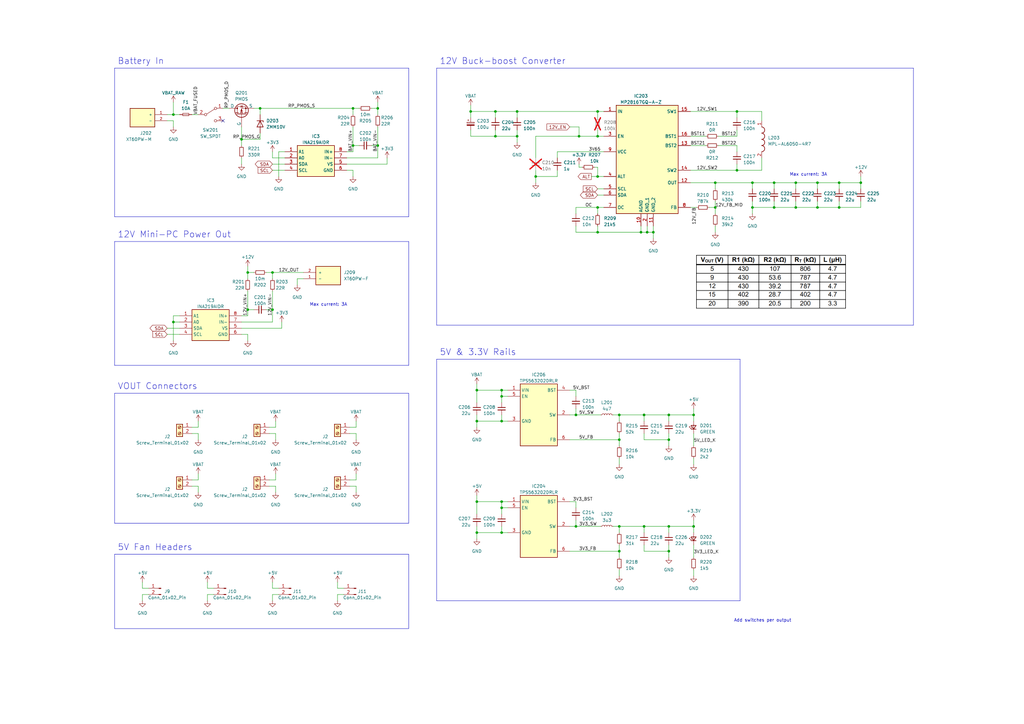
<source format=kicad_sch>
(kicad_sch (version 20230121) (generator eeschema)
  (paper "A3")
  (junction (at 264.16 215.9))
  (junction (at 254 170.18))
  (junction (at 326.39 74.93))
  (junction (at 205.74 208.28))
  (junction (at 245.11 55.88))
  (junction (at 245.11 95.25))
  (junction (at 284.48 215.9))
  (junction (at 335.28 85.09))
  (junction (at 71.12 132.08))
  (junction (at 195.58 160.02))
  (junction (at 254 226.06))
  (junction (at 205.74 162.56))
  (junction (at 101.6 111.76))
  (junction (at 205.74 205.74))
  (junction (at 317.5 74.93))
  (junction (at 274.32 180.34))
  (junction (at 144.78 59.69))
  (junction (at 219.71 72.39))
  (junction (at 262.89 95.25))
  (junction (at 302.26 69.85))
  (junction (at 101.6 127))
  (junction (at 317.5 85.09))
  (junction (at 205.74 160.02))
  (junction (at 71.12 46.99))
  (junction (at 245.11 72.39))
  (junction (at 344.17 85.09))
  (junction (at 353.06 74.93))
  (junction (at 308.61 74.93))
  (junction (at 205.74 172.72))
  (junction (at 308.61 85.09))
  (junction (at 245.11 85.09))
  (junction (at 264.16 170.18))
  (junction (at 236.22 215.9))
  (junction (at 99.06 57.15))
  (junction (at 203.2 55.88))
  (junction (at 274.32 226.06))
  (junction (at 344.17 74.93))
  (junction (at 284.48 170.18))
  (junction (at 265.43 95.25))
  (junction (at 111.76 111.76))
  (junction (at 254 180.34))
  (junction (at 302.26 45.72))
  (junction (at 254 215.9))
  (junction (at 245.11 45.72))
  (junction (at 154.94 59.69))
  (junction (at 111.76 127))
  (junction (at 335.28 74.93))
  (junction (at 195.58 205.74))
  (junction (at 267.97 95.25))
  (junction (at 212.09 55.88))
  (junction (at 212.09 45.72))
  (junction (at 326.39 85.09))
  (junction (at 274.32 170.18))
  (junction (at 106.68 44.45))
  (junction (at 237.49 55.88))
  (junction (at 203.2 45.72))
  (junction (at 205.74 218.44))
  (junction (at 193.04 45.72))
  (junction (at 293.37 74.93))
  (junction (at 236.22 170.18))
  (junction (at 293.37 85.09))
  (junction (at 195.58 218.44))
  (junction (at 195.58 172.72))
  (junction (at 274.32 215.9))
  (junction (at 154.94 44.45))
  (junction (at 144.78 44.45))
  (no_connect (at 91.44 49.53))
  (wire (pts (xy 267.97 95.25) (xy 265.43 95.25)))
  (wire (pts (xy 113.03 172.72) (xy 113.03 175.26)))
  (wire (pts (xy 284.48 187.96) (xy 284.48 190.5)))
  (wire (pts (xy 212.09 55.88) (xy 212.09 58.42)))
  (wire (pts (xy 245.11 72.39) (xy 245.11 68.58)))
  (wire (pts (xy 335.28 82.55) (xy 335.28 85.09)))
  (wire (pts (xy 101.6 111.76) (xy 104.14 111.76)))
  (wire (pts (xy 264.16 218.44) (xy 264.16 215.9)))
  (wire (pts (xy 87.63 241.3) (xy 85.09 241.3)))
  (wire (pts (xy 326.39 77.47) (xy 326.39 74.93)))
  (wire (pts (xy 205.74 160.02) (xy 205.74 162.56)))
  (wire (pts (xy 267.97 92.71) (xy 267.97 95.25)))
  (wire (pts (xy 85.09 241.3) (xy 85.09 238.76)))
  (wire (pts (xy 245.11 72.39) (xy 247.65 72.39)))
  (wire (pts (xy 254 226.06) (xy 254 228.6)))
  (wire (pts (xy 195.58 203.2) (xy 195.58 205.74)))
  (wire (pts (xy 205.74 208.28) (xy 205.74 210.82)))
  (polyline (pts (xy 374.65 133.35) (xy 179.07 133.35)))
  (wire (pts (xy 290.83 85.09) (xy 293.37 85.09)))
  (wire (pts (xy 285.75 85.09) (xy 283.21 85.09)))
  (wire (pts (xy 284.48 218.44) (xy 284.48 215.9)))
  (wire (pts (xy 114.3 62.23) (xy 114.3 72.39)))
  (wire (pts (xy 87.63 243.84) (xy 85.09 243.84)))
  (wire (pts (xy 142.24 64.77) (xy 154.94 64.77)))
  (wire (pts (xy 99.06 137.16) (xy 101.6 137.16)))
  (wire (pts (xy 81.28 177.8) (xy 78.74 177.8)))
  (wire (pts (xy 335.28 74.93) (xy 344.17 74.93)))
  (wire (pts (xy 195.58 172.72) (xy 195.58 175.26)))
  (wire (pts (xy 152.4 59.69) (xy 154.94 59.69)))
  (wire (pts (xy 302.26 69.85) (xy 283.21 69.85)))
  (polyline (pts (xy 179.07 27.94) (xy 374.65 27.94)))
  (wire (pts (xy 113.03 199.39) (xy 110.49 199.39)))
  (wire (pts (xy 193.04 53.34) (xy 193.04 55.88)))
  (wire (pts (xy 138.43 241.3) (xy 138.43 238.76)))
  (wire (pts (xy 91.44 44.45) (xy 93.98 44.45)))
  (wire (pts (xy 195.58 205.74) (xy 195.58 210.82)))
  (wire (pts (xy 99.06 129.54) (xy 101.6 129.54)))
  (wire (pts (xy 265.43 95.25) (xy 262.89 95.25)))
  (wire (pts (xy 195.58 205.74) (xy 205.74 205.74)))
  (polyline (pts (xy 167.64 88.9) (xy 46.99 88.9)))
  (wire (pts (xy 254 170.18) (xy 254 172.72)))
  (wire (pts (xy 264.16 170.18) (xy 254 170.18)))
  (wire (pts (xy 193.04 45.72) (xy 203.2 45.72)))
  (wire (pts (xy 146.05 201.93) (xy 146.05 199.39)))
  (wire (pts (xy 236.22 208.28) (xy 236.22 205.74)))
  (wire (pts (xy 71.12 129.54) (xy 73.66 129.54)))
  (wire (pts (xy 236.22 205.74) (xy 233.68 205.74)))
  (wire (pts (xy 312.42 64.77) (xy 312.42 69.85)))
  (polyline (pts (xy 303.53 246.38) (xy 179.07 246.38)))
  (wire (pts (xy 344.17 82.55) (xy 344.17 85.09)))
  (wire (pts (xy 144.78 59.69) (xy 147.32 59.69)))
  (wire (pts (xy 71.12 41.91) (xy 71.12 46.99)))
  (polyline (pts (xy 167.64 27.94) (xy 167.64 88.9)))
  (wire (pts (xy 124.46 114.3) (xy 121.92 114.3)))
  (wire (pts (xy 236.22 87.63) (xy 236.22 85.09)))
  (wire (pts (xy 264.16 215.9) (xy 254 215.9)))
  (wire (pts (xy 294.64 59.69) (xy 302.26 59.69)))
  (wire (pts (xy 212.09 53.34) (xy 212.09 55.88)))
  (wire (pts (xy 142.24 67.31) (xy 158.75 67.31)))
  (wire (pts (xy 116.84 64.77) (xy 111.76 64.77)))
  (wire (pts (xy 144.78 59.69) (xy 144.78 62.23)))
  (wire (pts (xy 208.28 160.02) (xy 205.74 160.02)))
  (wire (pts (xy 251.46 215.9) (xy 254 215.9)))
  (wire (pts (xy 106.68 44.45) (xy 106.68 46.99)))
  (wire (pts (xy 302.26 45.72) (xy 302.26 48.26)))
  (wire (pts (xy 274.32 223.52) (xy 274.32 226.06)))
  (wire (pts (xy 144.78 44.45) (xy 147.32 44.45)))
  (wire (pts (xy 308.61 85.09) (xy 317.5 85.09)))
  (wire (pts (xy 154.94 59.69) (xy 154.94 64.77)))
  (wire (pts (xy 237.49 55.88) (xy 245.11 55.88)))
  (polyline (pts (xy 46.99 99.06) (xy 167.64 99.06)))
  (wire (pts (xy 203.2 45.72) (xy 212.09 45.72)))
  (wire (pts (xy 81.28 172.72) (xy 81.28 175.26)))
  (wire (pts (xy 237.49 67.31) (xy 237.49 68.58)))
  (wire (pts (xy 283.21 55.88) (xy 289.56 55.88)))
  (wire (pts (xy 233.68 226.06) (xy 254 226.06)))
  (wire (pts (xy 101.6 109.22) (xy 101.6 111.76)))
  (wire (pts (xy 143.51 175.26) (xy 146.05 175.26)))
  (wire (pts (xy 312.42 45.72) (xy 312.42 49.53)))
  (wire (pts (xy 111.76 241.3) (xy 111.76 238.76)))
  (wire (pts (xy 237.49 68.58) (xy 238.76 68.58)))
  (wire (pts (xy 110.49 196.85) (xy 113.03 196.85)))
  (polyline (pts (xy 46.99 27.94) (xy 167.64 27.94)))
  (wire (pts (xy 245.11 68.58) (xy 243.84 68.58)))
  (wire (pts (xy 283.21 45.72) (xy 302.26 45.72)))
  (wire (pts (xy 68.58 137.16) (xy 73.66 137.16)))
  (wire (pts (xy 140.97 241.3) (xy 138.43 241.3)))
  (wire (pts (xy 154.94 52.07) (xy 154.94 59.69)))
  (wire (pts (xy 335.28 77.47) (xy 335.28 74.93)))
  (wire (pts (xy 254 187.96) (xy 254 190.5)))
  (wire (pts (xy 254 226.06) (xy 254 223.52)))
  (wire (pts (xy 317.5 74.93) (xy 326.39 74.93)))
  (wire (pts (xy 317.5 85.09) (xy 326.39 85.09)))
  (wire (pts (xy 245.11 80.01) (xy 247.65 80.01)))
  (wire (pts (xy 203.2 55.88) (xy 212.09 55.88)))
  (wire (pts (xy 114.3 62.23) (xy 116.84 62.23)))
  (wire (pts (xy 317.5 77.47) (xy 317.5 74.93)))
  (wire (pts (xy 245.11 45.72) (xy 247.65 45.72)))
  (wire (pts (xy 113.03 180.34) (xy 113.03 177.8)))
  (wire (pts (xy 308.61 77.47) (xy 308.61 74.93)))
  (wire (pts (xy 68.58 134.62) (xy 73.66 134.62)))
  (wire (pts (xy 219.71 64.77) (xy 219.71 55.88)))
  (wire (pts (xy 111.76 111.76) (xy 111.76 114.3)))
  (wire (pts (xy 113.03 201.93) (xy 113.03 199.39)))
  (wire (pts (xy 81.28 194.31) (xy 81.28 196.85)))
  (wire (pts (xy 293.37 82.55) (xy 293.37 85.09)))
  (polyline (pts (xy 374.65 27.94) (xy 374.65 133.35)))
  (wire (pts (xy 60.96 241.3) (xy 58.42 241.3)))
  (polyline (pts (xy 179.07 147.32) (xy 179.07 246.38)))
  (wire (pts (xy 71.12 132.08) (xy 71.12 139.7)))
  (wire (pts (xy 113.03 177.8) (xy 110.49 177.8)))
  (wire (pts (xy 262.89 95.25) (xy 262.89 92.71)))
  (wire (pts (xy 140.97 243.84) (xy 138.43 243.84)))
  (wire (pts (xy 101.6 127) (xy 104.14 127)))
  (wire (pts (xy 146.05 180.34) (xy 146.05 177.8)))
  (wire (pts (xy 110.49 175.26) (xy 113.03 175.26)))
  (wire (pts (xy 236.22 85.09) (xy 245.11 85.09)))
  (wire (pts (xy 58.42 241.3) (xy 58.42 238.76)))
  (wire (pts (xy 284.48 170.18) (xy 274.32 170.18)))
  (wire (pts (xy 193.04 48.26) (xy 193.04 45.72)))
  (wire (pts (xy 254 180.34) (xy 254 177.8)))
  (wire (pts (xy 236.22 92.71) (xy 236.22 95.25)))
  (wire (pts (xy 245.11 48.26) (xy 245.11 45.72)))
  (polyline (pts (xy 167.64 99.06) (xy 167.64 149.86)))
  (wire (pts (xy 142.24 62.23) (xy 144.78 62.23)))
  (wire (pts (xy 254 233.68) (xy 254 236.22)))
  (wire (pts (xy 264.16 177.8) (xy 264.16 180.34)))
  (wire (pts (xy 99.06 134.62) (xy 115.57 134.62)))
  (wire (pts (xy 284.48 213.36) (xy 284.48 215.9)))
  (wire (pts (xy 205.74 215.9) (xy 205.74 218.44)))
  (wire (pts (xy 111.76 111.76) (xy 124.46 111.76)))
  (wire (pts (xy 344.17 77.47) (xy 344.17 74.93)))
  (wire (pts (xy 111.76 246.38) (xy 111.76 243.84)))
  (wire (pts (xy 293.37 85.09) (xy 293.37 87.63)))
  (wire (pts (xy 302.26 59.69) (xy 302.26 62.23)))
  (wire (pts (xy 274.32 218.44) (xy 274.32 215.9)))
  (wire (pts (xy 236.22 215.9) (xy 233.68 215.9)))
  (wire (pts (xy 205.74 162.56) (xy 205.74 165.1)))
  (wire (pts (xy 302.26 45.72) (xy 312.42 45.72)))
  (wire (pts (xy 219.71 72.39) (xy 219.71 74.93)))
  (wire (pts (xy 195.58 160.02) (xy 205.74 160.02)))
  (wire (pts (xy 71.12 52.07) (xy 71.12 49.53)))
  (wire (pts (xy 302.26 55.88) (xy 302.26 53.34)))
  (wire (pts (xy 203.2 48.26) (xy 203.2 45.72)))
  (wire (pts (xy 138.43 246.38) (xy 138.43 243.84)))
  (wire (pts (xy 317.5 82.55) (xy 317.5 85.09)))
  (polyline (pts (xy 303.53 147.32) (xy 303.53 246.38)))
  (wire (pts (xy 81.28 199.39) (xy 78.74 199.39)))
  (wire (pts (xy 109.22 111.76) (xy 111.76 111.76)))
  (wire (pts (xy 274.32 215.9) (xy 264.16 215.9)))
  (wire (pts (xy 142.24 69.85) (xy 144.78 69.85)))
  (wire (pts (xy 308.61 74.93) (xy 317.5 74.93)))
  (wire (pts (xy 236.22 160.02) (xy 233.68 160.02)))
  (wire (pts (xy 158.75 67.31) (xy 158.75 64.77)))
  (wire (pts (xy 335.28 85.09) (xy 344.17 85.09)))
  (wire (pts (xy 81.28 180.34) (xy 81.28 177.8)))
  (wire (pts (xy 205.74 172.72) (xy 208.28 172.72)))
  (wire (pts (xy 264.16 180.34) (xy 274.32 180.34)))
  (wire (pts (xy 233.68 52.07) (xy 237.49 52.07)))
  (wire (pts (xy 144.78 69.85) (xy 144.78 72.39)))
  (wire (pts (xy 233.68 180.34) (xy 254 180.34)))
  (wire (pts (xy 104.14 44.45) (xy 106.68 44.45)))
  (wire (pts (xy 228.6 64.77) (xy 228.6 62.23)))
  (wire (pts (xy 294.64 55.88) (xy 302.26 55.88)))
  (polyline (pts (xy 179.07 27.94) (xy 179.07 133.35)))
  (wire (pts (xy 71.12 49.53) (xy 68.58 49.53)))
  (wire (pts (xy 237.49 52.07) (xy 237.49 55.88)))
  (wire (pts (xy 111.76 67.31) (xy 116.84 67.31)))
  (wire (pts (xy 293.37 74.93) (xy 283.21 74.93)))
  (wire (pts (xy 78.74 46.99) (xy 81.28 46.99)))
  (wire (pts (xy 195.58 215.9) (xy 195.58 218.44)))
  (wire (pts (xy 274.32 177.8) (xy 274.32 180.34)))
  (wire (pts (xy 114.3 241.3) (xy 111.76 241.3)))
  (wire (pts (xy 284.48 223.52) (xy 284.48 228.6)))
  (wire (pts (xy 219.71 69.85) (xy 219.71 72.39)))
  (wire (pts (xy 236.22 215.9) (xy 246.38 215.9)))
  (wire (pts (xy 264.16 172.72) (xy 264.16 170.18)))
  (wire (pts (xy 85.09 246.38) (xy 85.09 243.84)))
  (wire (pts (xy 115.57 134.62) (xy 115.57 132.08)))
  (wire (pts (xy 203.2 53.34) (xy 203.2 55.88)))
  (wire (pts (xy 99.06 57.15) (xy 106.68 57.15)))
  (wire (pts (xy 267.97 95.25) (xy 267.97 97.79)))
  (wire (pts (xy 326.39 74.93) (xy 335.28 74.93)))
  (wire (pts (xy 228.6 62.23) (xy 247.65 62.23)))
  (wire (pts (xy 245.11 77.47) (xy 247.65 77.47)))
  (wire (pts (xy 284.48 172.72) (xy 284.48 170.18)))
  (wire (pts (xy 236.22 162.56) (xy 236.22 160.02)))
  (wire (pts (xy 302.26 67.31) (xy 302.26 69.85)))
  (wire (pts (xy 143.51 196.85) (xy 146.05 196.85)))
  (wire (pts (xy 284.48 167.64) (xy 284.48 170.18)))
  (wire (pts (xy 58.42 246.38) (xy 58.42 243.84)))
  (wire (pts (xy 344.17 85.09) (xy 353.06 85.09)))
  (wire (pts (xy 293.37 92.71) (xy 293.37 95.25)))
  (wire (pts (xy 254 180.34) (xy 254 182.88)))
  (wire (pts (xy 284.48 233.68) (xy 284.48 236.22)))
  (wire (pts (xy 219.71 55.88) (xy 237.49 55.88)))
  (wire (pts (xy 146.05 177.8) (xy 143.51 177.8)))
  (wire (pts (xy 154.94 41.91) (xy 154.94 44.45)))
  (wire (pts (xy 245.11 85.09) (xy 245.11 87.63)))
  (wire (pts (xy 101.6 111.76) (xy 101.6 114.3)))
  (wire (pts (xy 106.68 54.61) (xy 106.68 57.15)))
  (wire (pts (xy 60.96 243.84) (xy 58.42 243.84)))
  (wire (pts (xy 353.06 72.39) (xy 353.06 74.93)))
  (wire (pts (xy 247.65 55.88) (xy 245.11 55.88)))
  (wire (pts (xy 193.04 43.18) (xy 193.04 45.72)))
  (wire (pts (xy 195.58 160.02) (xy 195.58 165.1)))
  (wire (pts (xy 144.78 44.45) (xy 144.78 46.99)))
  (wire (pts (xy 195.58 172.72) (xy 205.74 172.72)))
  (wire (pts (xy 353.06 77.47) (xy 353.06 74.93)))
  (polyline (pts (xy 46.99 149.86) (xy 46.99 99.06)))
  (wire (pts (xy 71.12 132.08) (xy 73.66 132.08)))
  (wire (pts (xy 236.22 170.18) (xy 233.68 170.18)))
  (wire (pts (xy 101.6 127) (xy 101.6 129.54)))
  (wire (pts (xy 236.22 95.25) (xy 245.11 95.25)))
  (wire (pts (xy 264.16 223.52) (xy 264.16 226.06)))
  (wire (pts (xy 71.12 129.54) (xy 71.12 132.08)))
  (wire (pts (xy 212.09 45.72) (xy 245.11 45.72)))
  (polyline (pts (xy 167.64 149.86) (xy 46.99 149.86)))
  (wire (pts (xy 101.6 137.16) (xy 101.6 139.7)))
  (wire (pts (xy 353.06 85.09) (xy 353.06 82.55)))
  (wire (pts (xy 99.06 64.77) (xy 99.06 67.31)))
  (wire (pts (xy 312.42 69.85) (xy 302.26 69.85)))
  (wire (pts (xy 78.74 175.26) (xy 81.28 175.26)))
  (wire (pts (xy 236.22 170.18) (xy 246.38 170.18)))
  (wire (pts (xy 245.11 92.71) (xy 245.11 95.25)))
  (wire (pts (xy 265.43 95.25) (xy 265.43 92.71)))
  (wire (pts (xy 274.32 170.18) (xy 264.16 170.18)))
  (wire (pts (xy 245.11 95.25) (xy 262.89 95.25)))
  (wire (pts (xy 111.76 127) (xy 111.76 132.08)))
  (wire (pts (xy 106.68 44.45) (xy 144.78 44.45)))
  (wire (pts (xy 152.4 44.45) (xy 154.94 44.45)))
  (wire (pts (xy 245.11 55.88) (xy 245.11 53.34)))
  (wire (pts (xy 71.12 46.99) (xy 73.66 46.99)))
  (polyline (pts (xy 46.99 27.94) (xy 46.99 88.9)))
  (wire (pts (xy 111.76 119.38) (xy 111.76 127)))
  (wire (pts (xy 228.6 69.85) (xy 228.6 72.39)))
  (wire (pts (xy 193.04 55.88) (xy 203.2 55.88)))
  (wire (pts (xy 274.32 172.72) (xy 274.32 170.18)))
  (wire (pts (xy 254 215.9) (xy 254 218.44)))
  (wire (pts (xy 121.92 114.3) (xy 121.92 116.84)))
  (wire (pts (xy 99.06 52.07) (xy 99.06 57.15)))
  (wire (pts (xy 219.71 72.39) (xy 228.6 72.39)))
  (wire (pts (xy 101.6 119.38) (xy 101.6 127)))
  (wire (pts (xy 146.05 172.72) (xy 146.05 175.26)))
  (wire (pts (xy 326.39 82.55) (xy 326.39 85.09)))
  (wire (pts (xy 242.57 72.39) (xy 245.11 72.39)))
  (wire (pts (xy 99.06 132.08) (xy 111.76 132.08)))
  (polyline (pts (xy 179.07 147.32) (xy 303.53 147.32)))
  (wire (pts (xy 208.28 162.56) (xy 205.74 162.56)))
  (wire (pts (xy 99.06 57.15) (xy 99.06 59.69)))
  (wire (pts (xy 205.74 205.74) (xy 205.74 208.28)))
  (wire (pts (xy 245.11 85.09) (xy 247.65 85.09)))
  (wire (pts (xy 68.58 46.99) (xy 71.12 46.99)))
  (wire (pts (xy 208.28 205.74) (xy 205.74 205.74)))
  (wire (pts (xy 208.28 208.28) (xy 205.74 208.28)))
  (wire (pts (xy 212.09 48.26) (xy 212.09 45.72)))
  (wire (pts (xy 284.48 215.9) (xy 274.32 215.9)))
  (wire (pts (xy 284.48 177.8) (xy 284.48 182.88)))
  (wire (pts (xy 195.58 218.44) (xy 195.58 220.98)))
  (wire (pts (xy 111.76 69.85) (xy 116.84 69.85)))
  (wire (pts (xy 251.46 170.18) (xy 254 170.18)))
  (wire (pts (xy 195.58 157.48) (xy 195.58 160.02)))
  (wire (pts (xy 326.39 85.09) (xy 335.28 85.09)))
  (wire (pts (xy 81.28 201.93) (xy 81.28 199.39)))
  (wire (pts (xy 205.74 170.18) (xy 205.74 172.72)))
  (wire (pts (xy 353.06 74.93) (xy 344.17 74.93)))
  (wire (pts (xy 109.22 127) (xy 111.76 127)))
  (wire (pts (xy 154.94 44.45) (xy 154.94 46.99)))
  (wire (pts (xy 78.74 196.85) (xy 81.28 196.85)))
  (wire (pts (xy 113.03 194.31) (xy 113.03 196.85)))
  (wire (pts (xy 264.16 226.06) (xy 274.32 226.06)))
  (wire (pts (xy 144.78 52.07) (xy 144.78 59.69)))
  (wire (pts (xy 293.37 74.93) (xy 308.61 74.93)))
  (wire (pts (xy 195.58 218.44) (xy 205.74 218.44)))
  (wire (pts (xy 236.22 213.36) (xy 236.22 215.9)))
  (wire (pts (xy 283.21 59.69) (xy 289.56 59.69)))
  (wire (pts (xy 146.05 199.39) (xy 143.51 199.39)))
  (wire (pts (xy 236.22 167.64) (xy 236.22 170.18)))
  (wire (pts (xy 195.58 170.18) (xy 195.58 172.72)))
  (wire (pts (xy 274.32 180.34) (xy 274.32 182.88)))
  (wire (pts (xy 114.3 243.84) (xy 111.76 243.84)))
  (wire (pts (xy 146.05 194.31) (xy 146.05 196.85)))
  (wire (pts (xy 308.61 85.09) (xy 308.61 87.63)))
  (wire (pts (xy 205.74 218.44) (xy 208.28 218.44)))
  (wire (pts (xy 308.61 82.55) (xy 308.61 85.09)))
  (wire (pts (xy 293.37 77.47) (xy 293.37 74.93)))
  (wire (pts (xy 274.32 226.06) (xy 274.32 228.6)))
  (wire (pts (xy 111.76 62.23) (xy 111.76 64.77)))
  (rectangle (start 46.99 227.33) (end 167.64 257.81))
  (rectangle (start 46.99 161.29) (end 167.64 214.63))
  (image (at 316.23 115.57) (scale 1.32238))
  (text "5V Fan Headers" (at 48.26 226.06 0) (effects (font (size 2.54 2.54)) (justify left bottom)))
  (text "Max current: 3A" (at 323.85 72.39 0) (effects (font (size 1.27 1.27)) (justify left bottom)))
  (text "Max current: 3A" (at 127 125.73 0) (effects (font (size 1.27 1.27)) (justify left bottom)))
  (text "Add switches per output" (at 300.99 255.27 0) (effects (font (size 1.27 1.27)) (justify left bottom)))
  (text "12V Buck-boost Converter" (at 180.34 26.67 0) (effects (font (size 2.54 2.54)) (justify left bottom)))
  (text "Battery In" (at 48.26 26.67 0) (effects (font (size 2.54 2.54)) (justify left bottom)))
  (text "VOUT Connectors" (at 48.26 160.02 0) (effects (font (size 2.54 2.54)) (justify left bottom)))
  (text "12V Mini-PC Power Out" (at 48.26 97.79 0) (effects (font (size 2.54 2.54)) (justify left bottom)))
  (text "5V & 3.3V Rails" (at 180.34 146.05 0) (effects (font (size 2.54 2.54)) (justify left bottom)))
  (label "12V_OUT" (at 114.3 111.76 0))
  (label "BAT_VIN-" (at 154.94 62.23 90))
  (label "3V3_FB" (at 237.49 226.06 0))
  (label "RP_PMOS_G" (at 106.68 57.15 180))
  (label "12V_SW1" (at 285.75 45.72 0))
  (label "12V_SW2" (at 285.75 69.85 0))
  (label "3V3_LED_K" (at 284.48 227.33 0))
  (label "BAT_VIN+" (at 144.78 62.23 90))
  (label "12V_VIN-" (at 111.76 129.54 90))
  (label "VBAT_FUSED" (at 81.28 46.99 90))
  (label "3V65" (at 246.38 62.23 180))
  (label "12V_FB_MID" (at 293.37 85.09 0))
  (label "5V_LED_K" (at 284.48 181.61 0))
  (label "5V_SW" (at 237.49 170.18 0))
  (label "5V_BST" (at 234.95 160.02 0))
  (label "3V3_SW" (at 237.49 215.9 0))
  (label "BST11" (at 283.21 55.88 0))
  (label "OC" (at 240.03 85.09 0))
  (label "RP_PMOS_D" (at 93.98 44.45 90))
  (label "BST21" (at 283.21 59.69 0))
  (label "12V_FB" (at 285.75 85.09 270))
  (label "BST22" (at 295.91 59.69 0))
  (label "RP_PMOS_S" (at 118.11 44.45 0))
  (label "3V3_BST" (at 234.95 205.74 0))
  (label "5V_FB" (at 237.49 180.34 0))
  (label "12V_VIN+" (at 101.6 129.54 90))
  (label "BST12" (at 295.91 55.88 0))
  (global_label "12V_EN" (shape input) (at 233.68 52.07 180) (property "Intersheetrefs" "${INTERSHEET_REFS}" (effects hide)))
  (global_label "SCL" (shape input) (at 68.58 137.16 180) (property "Intersheetrefs" "${INTERSHEET_REFS}" (effects hide)))
  (global_label "SCL" (shape input) (at 245.11 77.47 180) (property "Intersheetrefs" "${INTERSHEET_REFS}" (effects hide)))
  (global_label "SDA" (shape bidirectional) (at 111.76 67.31 180) (property "Intersheetrefs" "${INTERSHEET_REFS}" (effects hide)))
  (global_label "SCL" (shape input) (at 111.76 69.85 180) (property "Intersheetrefs" "${INTERSHEET_REFS}" (effects hide)))
  (global_label "SDA" (shape bidirectional) (at 245.11 80.01 180) (property "Intersheetrefs" "${INTERSHEET_REFS}" (effects hide)))
  (global_label "ALT" (shape output) (at 242.57 72.39 180) (property "Intersheetrefs" "${INTERSHEET_REFS}" (effects hide)))
  (global_label "SDA" (shape bidirectional) (at 68.58 134.62 180) (property "Intersheetrefs" "${INTERSHEET_REFS}" (effects hide)))
  (symbol (lib_id "Simulation_SPICE:PMOS") (at 99.06 46.99 90) (unit 1)
    (property "Reference" "Q201" (at 99.06 38.1 90))
    (property "Value" "PMOS" (at 99.06 40.64 90))
    (property "Datasheet" "https://ngspice.sourceforge.io/docs/ngspice-manual.pdf" (effects hide))
    (property "Sim.Device" "PMOS" (effects hide))
    (property "Sim.Type" "VDMOS" (effects hide))
    (property "Sim.Pins" "1=D 2=G 3=S" (effects hide))
  )
  (symbol (lib_id "Device:C_Small") (at 228.6 67.31 180) (unit 1)
    (property "Reference" "C211" (at 231.14 66.6686 0) (effects (justify right)))
    (property "Value" "1u" (at 231.14 69.2086 0) (effects (justify right)))
    (property "Footprint" "Capacitor_SMD:C_0402_1005Metric" (effects hide))
  )
  (symbol (lib_id "MSL_Symbols:VBAT") (at 113.03 194.31 0) (unit 1)
    (property "Reference" "#PWR0221" (effects hide))
    (property "Value" "VBAT" (at 113.03 190.5 0))
  )
  (symbol (lib_id "Device:R_Small") (at 292.1 59.69 270) (unit 1)
    (property "Reference" "R212" (at 292.1 64.77 90))
    (property "Value" "0R" (at 292.1 62.23 90))
    (property "Footprint" "Resistor_SMD:R_0402_1005Metric" (effects hide))
  )
  (symbol (lib_id "MSL_Symbols:VBAT") (at 154.94 41.91 0) (unit 1)
    (property "Reference" "#PWR0232" (effects hide))
    (property "Value" "VBAT" (at 154.94 38.1 0))
  )
  (symbol (lib_id "TPS563202DRLR:TPS563202DRLR") (at 208.28 205.74 0) (unit 1)
    (property "Reference" "IC204" (at 220.98 199.39 0))
    (property "Value" "TPS563202DRLR" (at 220.98 201.93 0))
    (property "Footprint" "MSL Footprints:SOTFL50P160X60-6N" (effects hide))
    (property "Datasheet" "https://www.ti.com/lit/ds/symlink/tps563202.pdf?ts=1603808321713&ref_url=https%253A%252F%252Fwww.mouser.de%252F" (effects hide))
    (property "Height" "0.6" (effects hide))
    (property "Manufacturer_Name" "Texas Instruments" (effects hide))
    (property "Manufacturer_Part_Number" "TPS563202DRLR" (effects hide))
    (property "Mouser Part Number" "595-TPS563202DRLR" (effects hide))
    (property "Mouser Price/Stock" "https://www.mouser.co.uk/ProductDetail/Texas-Instruments/TPS563202DRLR?qs=hWgE7mdIu5QK%2FoCD%2F%2FSgyQ%3D%3D" (effects hide))
    (property "Arrow Part Number" "TPS563202DRLR" (effects hide))
    (property "Arrow Price/Stock" "https://www.arrow.com/en/products/tps563202drlr/texas-instruments?region=nac" (effects hide))
  )
  (symbol (lib_id "power:+5V") (at 284.48 167.64 0) (unit 1)
    (property "Reference" "#PWR0248" (effects hide))
    (property "Value" "+5V" (at 284.48 163.83 0))
    (instances (project "Power Board" (path "" (reference "#PWR0248") (unit 1))) (project "101 PCB" (path "" (reference "#PWR0118") (unit 1))))
  )
  (symbol (lib_id "Device:C_Small") (at 353.06 80.01 0) (unit 1)
    (property "Reference" "C225" (at 355.6 79.3813 0) (effects (justify left)))
    (property "Value" "22u" (at 355.6 81.9213 0) (effects (justify left)))
    (property "Footprint" "Capacitor_SMD:C_0805_2012Metric" (effects hide))
  )
  (symbol (lib_id "Device:R_Small") (at 254 185.42 0) (unit 1)
    (property "Reference" "R216" (at 256.54 184.785 0) (effects (justify left)))
    (property "Value" "10k" (at 256.54 187.325 0) (effects (justify left)))
    (property "Footprint" "Resistor_SMD:R_0402_1005Metric" (effects hide))
    (instances (project "Power Board" (path "" (reference "R216") (unit 1))) (project "101 PCB" (path "" (reference "R102") (unit 1))))
  )
  (symbol (lib_id "Connector:Screw_Terminal_01x02") (at 105.41 175.26 0) (mirror y) (unit 1)
    (property "Reference" "J2" (at 101.6 179.07 0) (effects (justify left)))
    (property "Value" "Screw_Terminal_01x02" (at 109.22 181.61 0) (effects (justify left)))
    (property "Footprint" "TerminalBlock:TerminalBlock_bornier-2_P5.08mm" (effects hide))
    (instances (project "Motor Driver Board" (path "" (reference "J2") (unit 1)) (path "" (reference "J8") (unit 1))) (project "Power Board" (path "" (reference "J5") (unit 1)) (path "" (reference "J206") (unit 1))))
  )
  (symbol (lib_id "power:+5V") (at 195.58 203.2 0) (unit 1)
    (property "Reference" "#PWR0238" (effects hide))
    (property "Value" "+5V" (at 195.58 199.39 0))
    (instances (project "Power Board" (path "" (reference "#PWR0238") (unit 1))) (project "101 PCB" (path "" (reference "#PWR0118") (unit 1))))
  )
  (symbol (lib_id "MSL_Symbols:VBAT") (at 146.05 194.31 0) (unit 1)
    (property "Reference" "#PWR0230" (effects hide))
    (property "Value" "VBAT" (at 146.05 190.5 0))
  )
  (symbol (lib_id "power:GND") (at 85.09 246.38 0) (mirror y) (unit 1)
    (property "Reference" "#PWR072" (effects hide))
    (property "Value" "GND" (at 85.09 251.46 0))
    (instances (project "DE10-lite_shield" (path "" (reference "#PWR072") (unit 1)) (path "" (reference "#PWR072") (unit 1))) (project "Motor Driver Board" (path "" (reference "#PWR099") (unit 1))) (project "Power Board" (path "" (reference "#PWR0210") (unit 1))))
  )
  (symbol (lib_id "INA219AIDR:INA219AIDR") (at 73.66 129.54 0) (unit 1)
    (property "Reference" "IC3" (at 86.36 123.19 0))
    (property "Value" "INA219AIDR" (at 86.36 125.73 0))
    (property "Footprint" "MSL Footprints:SOIC127P600X175-8N" (effects hide))
    (property "Datasheet" "http://www.ti.com/lit/gpn/ina219" (effects hide))
    (property "Height" "1.75" (effects hide))
    (property "Manufacturer_Name" "Texas Instruments" (effects hide))
    (property "Manufacturer_Part_Number" "INA219AIDR" (effects hide))
    (property "Mouser Part Number" "595-INA219AIDR" (effects hide))
    (property "Mouser Price/Stock" "https://www.mouser.co.uk/ProductDetail/Texas-Instruments/INA219AIDR?qs=XGzIaZb%2FFYIE5YcOHTnKDA%3D%3D" (effects hide))
    (property "Arrow Part Number" "INA219AIDR" (effects hide))
    (property "Arrow Price/Stock" "https://www.arrow.com/en/products/ina219aidr/texas-instruments?region=nac" (effects hide))
    (instances (project "Power Board" (path "" (reference "IC3") (unit 1)) (path "" (reference "IC201") (unit 1))))
  )
  (symbol (lib_id "Device:C_Small") (at 236.22 210.82 0) (unit 1)
    (property "Reference" "C214" (at 238.76 210.1913 0) (effects (justify left)))
    (property "Value" "100n" (at 238.76 212.7313 0) (effects (justify left)))
    (property "Footprint" "Capacitor_SMD:C_0402_1005Metric" (effects hide))
    (instances (project "Power Board" (path "" (reference "C214") (unit 1))) (project "101 PCB" (path "" (reference "C108") (unit 1))))
  )
  (symbol (lib_id "power:+3.3V") (at 237.49 67.31 0) (unit 1)
    (property "Reference" "#PWR0240" (effects hide))
    (property "Value" "+3.3V" (at 237.49 63.5 0))
  )
  (symbol (lib_id "power:GND") (at 284.48 190.5 0) (unit 1)
    (property "Reference" "#PWR0250" (effects hide))
    (property "Value" "GND" (at 284.48 195.58 0))
    (instances (project "Power Board" (path "" (reference "#PWR0250") (unit 1))) (project "101 PCB" (path "" (reference "#PWR0109") (unit 1))))
  )
  (symbol (lib_id "Device:R_Small") (at 245.11 50.8 0) (unit 1) (in_bom no) (dnp yes)
    (property "Reference" "R208" (at 247.65 50.165 0) (effects (justify left)))
    (property "Value" "100k" (at 247.65 52.705 0) (effects (justify left)))
    (property "Footprint" "Resistor_SMD:R_0402_1005Metric" (effects hide))
  )
  (symbol (lib_id "power:GND") (at 58.42 246.38 0) (mirror y) (unit 1)
    (property "Reference" "#PWR072" (effects hide))
    (property "Value" "GND" (at 58.42 251.46 0))
    (instances (project "DE10-lite_shield" (path "" (reference "#PWR072") (unit 1)) (path "" (reference "#PWR072") (unit 1))) (project "Motor Driver Board" (path "" (reference "#PWR097") (unit 1))) (project "Power Board" (path "" (reference "#PWR0202") (unit 1))))
  )
  (symbol (lib_id "Device:R_Small") (at 284.48 231.14 0) (unit 1)
    (property "Reference" "R220" (at 287.02 230.505 0) (effects (justify left)))
    (property "Value" "1k5" (at 287.02 233.045 0) (effects (justify left)))
    (property "Footprint" "Resistor_SMD:R_0402_1005Metric" (effects hide))
    (instances (project "Power Board" (path "" (reference "R220") (unit 1))) (project "101 PCB" (path "" (reference "R106") (unit 1))))
  )
  (symbol (lib_id "power:GND") (at 114.3 72.39 0) (unit 1)
    (property "Reference" "#PWR0216" (effects hide))
    (property "Value" "GND" (at 114.3 77.47 0))
  )
  (symbol (lib_id "Device:C_Small") (at 219.71 67.31 180) (unit 1) (in_bom no) (dnp yes)
    (property "Reference" "C210" (at 222.25 66.6686 0) (effects (justify right)))
    (property "Value" "10n" (at 222.25 69.2086 0) (effects (justify right)))
    (property "Footprint" "Capacitor_SMD:C_0402_1005Metric" (effects hide))
  )
  (symbol (lib_id "MSL_Symbols:VBAT_RAW") (at 71.12 41.91 0) (unit 1)
    (property "Reference" "#PWR0211" (effects hide))
    (property "Value" "VBAT_RAW" (at 71.12 38.1 0))
  )
  (symbol (lib_id "Device:R_Small") (at 106.68 111.76 270) (unit 1)
    (property "Reference" "R202" (at 106.68 116.84 90))
    (property "Value" "10m" (at 106.68 114.3 90))
    (property "Footprint" "Resistor_SMD:R_0402_1005Metric" (effects hide))
  )
  (symbol (lib_id "power:GND") (at 113.03 180.34 0) (unit 1)
    (property "Reference" "#PWR079" (effects hide))
    (property "Value" "GND" (at 113.03 185.42 0))
    (instances (project "Motor Driver Board" (path "" (reference "#PWR079") (unit 1))) (project "Power Board" (path "" (reference "#PWR0220") (unit 1))))
  )
  (symbol (lib_id "MSL_Symbols:VBAT") (at 195.58 157.48 0) (unit 1)
    (property "Reference" "#PWR0235" (effects hide))
    (property "Value" "VBAT" (at 195.58 153.67 0))
  )
  (symbol (lib_id "power:GND") (at 138.43 246.38 0) (mirror y) (unit 1)
    (property "Reference" "#PWR072" (effects hide))
    (property "Value" "GND" (at 138.43 251.46 0))
    (instances (project "DE10-lite_shield" (path "" (reference "#PWR072") (unit 1)) (path "" (reference "#PWR072") (unit 1))) (project "Motor Driver Board" (path "" (reference "#PWR0101") (unit 1))) (project "Power Board" (path "" (reference "#PWR0226") (unit 1))))
  )
  (symbol (lib_id "Device:C_Small") (at 344.17 80.01 0) (unit 1)
    (property "Reference" "C224" (at 346.71 79.3813 0) (effects (justify left)))
    (property "Value" "22u" (at 346.71 81.9213 0) (effects (justify left)))
    (property "Footprint" "Capacitor_SMD:C_0805_2012Metric" (effects hide))
  )
  (symbol (lib_id "power:GND") (at 308.61 87.63 0) (unit 1)
    (property "Reference" "#PWR0249" (effects hide))
    (property "Value" "GND" (at 308.61 92.71 0))
  )
  (symbol (lib_id "power:GND") (at 99.06 67.31 0) (mirror y) (unit 1)
    (property "Reference" "#PWR0214" (effects hide))
    (property "Value" "GND" (at 99.06 72.39 0))
    (instances (project "Power Board" (path "" (reference "#PWR0214") (unit 1))) (project "101 PCB" (path "" (reference "#PWR0168") (unit 1))))
  )
  (symbol (lib_id "Device:C_Small") (at 205.74 213.36 0) (mirror y) (unit 1)
    (property "Reference" "C209" (at 203.2 212.7313 0) (effects (justify left)))
    (property "Value" "100n" (at 203.2 215.2713 0) (effects (justify left)))
    (property "Footprint" "Capacitor_SMD:C_0402_1005Metric" (effects hide))
    (instances (project "Power Board" (path "" (reference "C209") (unit 1))) (project "101 PCB" (path "" (reference "C107") (unit 1))))
  )
  (symbol (lib_id "Device:C_Small") (at 236.22 165.1 0) (unit 1)
    (property "Reference" "C213" (at 238.76 164.4713 0) (effects (justify left)))
    (property "Value" "100n" (at 238.76 167.0113 0) (effects (justify left)))
    (property "Footprint" "Capacitor_SMD:C_0402_1005Metric" (effects hide))
    (instances (project "Power Board" (path "" (reference "C213") (unit 1))) (project "101 PCB" (path "" (reference "C101") (unit 1))))
  )
  (symbol (lib_id "MSL_Symbols:VBAT") (at 81.28 172.72 0) (unit 1)
    (property "Reference" "#PWR0204" (effects hide))
    (property "Value" "VBAT" (at 81.28 168.91 0))
  )
  (symbol (lib_id "power:GND") (at 219.71 74.93 0) (unit 1)
    (property "Reference" "#PWR0239" (effects hide))
    (property "Value" "GND" (at 219.71 80.01 0))
  )
  (symbol (lib_id "power:+3V3") (at 158.75 64.77 0) (unit 1)
    (property "Reference" "#PWR027" (effects hide))
    (property "Value" "+3V3" (at 158.75 60.96 0))
    (instances (project "DE10-lite_shield" (path "" (reference "#PWR027") (unit 1)) (path "" (reference "#PWR070") (unit 1))) (project "Power Board" (path "" (reference "#PWR0233") (unit 1))))
  )
  (symbol (lib_id "power:GND") (at 195.58 220.98 0) (unit 1)
    (property "Reference" "#PWR0242" (effects hide))
    (property "Value" "GND" (at 195.58 226.06 0))
    (instances (project "Power Board" (path "" (reference "#PWR0242") (unit 1))) (project "101 PCB" (path "" (reference "#PWR0111") (unit 1))))
  )
  (symbol (lib_id "power:+5V") (at 58.42 238.76 0) (mirror y) (unit 1)
    (property "Reference" "#PWR026" (effects hide))
    (property "Value" "+5V" (at 58.42 234.95 0))
    (instances (project "DE10-lite_shield" (path "" (reference "#PWR026") (unit 1)) (path "" (reference "#PWR033") (unit 1))) (project "Motor Driver Board" (path "" (reference "#PWR096") (unit 1))) (project "Power Board" (path "" (reference "#PWR0201") (unit 1))))
  )
  (symbol (lib_id "Device:C_Small") (at 195.58 167.64 0) (mirror y) (unit 1)
    (property "Reference" "C206" (at 193.04 167.0113 0) (effects (justify left)))
    (property "Value" "22u" (at 193.04 169.5513 0) (effects (justify left)))
    (property "Footprint" "Capacitor_SMD:C_0603_1608Metric" (effects hide))
    (instances (project "Power Board" (path "" (reference "C206") (unit 1))) (project "101 PCB" (path "" (reference "C105") (unit 1))))
  )
  (symbol (lib_id "Device:C_Small") (at 274.32 175.26 0) (unit 1)
    (property "Reference" "C219" (at 276.86 174.6313 0) (effects (justify left)))
    (property "Value" "22u" (at 276.86 177.1713 0) (effects (justify left)))
    (property "Footprint" "Capacitor_SMD:C_0603_1608Metric" (effects hide))
    (instances (project "Power Board" (path "" (reference "C219") (unit 1))) (project "101 PCB" (path "" (reference "C104") (unit 1))))
  )
  (symbol (lib_id "MSL_Symbols:VBAT") (at 146.05 172.72 0) (unit 1)
    (property "Reference" "#PWR0228" (effects hide))
    (property "Value" "VBAT" (at 146.05 168.91 0))
  )
  (symbol (lib_id "Device:R_Small") (at 292.1 55.88 90) (unit 1)
    (property "Reference" "R211" (at 292.1 50.8 90))
    (property "Value" "0R" (at 292.1 53.34 90))
    (property "Footprint" "Resistor_SMD:R_0402_1005Metric" (effects hide))
  )
  (symbol (lib_id "power:+5V") (at 111.76 238.76 0) (mirror y) (unit 1)
    (property "Reference" "#PWR026" (effects hide))
    (property "Value" "+5V" (at 111.76 234.95 0))
    (instances (project "DE10-lite_shield" (path "" (reference "#PWR026") (unit 1)) (path "" (reference "#PWR033") (unit 1))) (project "Motor Driver Board" (path "" (reference "#PWR0100") (unit 1))) (project "Power Board" (path "" (reference "#PWR0217") (unit 1))))
  )
  (symbol (lib_id "MP28167GQ-A-Z:MP28167GQ-A-Z") (at 247.65 45.72 0) (unit 1)
    (property "Reference" "IC203" (at 262.89 39.37 0))
    (property "Value" "MP28167GQ-A-Z" (at 262.89 41.91 0))
    (property "Footprint" "MP28167GQAZ" (effects hide))
    (property "Datasheet" "https://www.monolithicpower.com/en/documentview/productdocument/index/version/2/document_type/Datasheet/lang/en/sku/MP28167GQ-A/document_id/9621/" (effects hide))
    (property "Height" "1" (effects hide))
    (property "Mouser Part Number" "946-MP28167GQ-A-Z" (effects hide))
    (property "Mouser Price/Stock" "https://www.mouser.co.uk/ProductDetail/Monolithic-Power-Systems-MPS/MP28167GQ-A-Z?qs=GedFDFLaBXH1d%2FK7FaeGSQ%3D%3D" (effects hide))
    (property "Manufacturer_Name" "Monolithic Power Systems (MPS)" (effects hide))
    (property "Manufacturer_Part_Number" "MP28167GQ-A-Z" (effects hide))
  )
  (symbol (lib_id "Connector:Conn_01x02_Pin") (at 146.05 241.3 0) (mirror y) (unit 1)
    (property "Reference" "J11" (at 148.59 242.57 0))
    (property "Value" "Conn_01x02_Pin" (at 148.59 245.11 0))
    (property "Footprint" "Connector_PinHeader_2.54mm:PinHeader_1x02_P2.54mm_Vertical" (effects hide))
    (instances (project "Motor Driver Board" (path "" (reference "J11") (unit 1))) (project "Power Board" (path "" (reference "J212") (unit 1))))
  )
  (symbol (lib_id "Device:C_Polarized_Small") (at 193.04 50.8 0) (unit 1)
    (property "Reference" "C203" (at 195.58 49.6189 0) (effects (justify left)))
    (property "Value" "100u" (at 195.58 52.1589 0) (effects (justify left)))
    (property "Footprint" "Capacitor_SMD:CP_Elec_6.3x7.7" (effects hide))
  )
  (symbol (lib_id "Connector:Screw_Terminal_01x02") (at 138.43 196.85 0) (mirror y) (unit 1)
    (property "Reference" "J2" (at 134.62 200.66 0) (effects (justify left)))
    (property "Value" "Screw_Terminal_01x02" (at 142.24 203.2 0) (effects (justify left)))
    (property "Footprint" "TerminalBlock:TerminalBlock_bornier-2_P5.08mm" (effects hide))
    (instances (project "Motor Driver Board" (path "" (reference "J2") (unit 1)) (path "" (reference "J8") (unit 1))) (project "Power Board" (path "" (reference "J5") (unit 1)) (path "" (reference "J211") (unit 1))))
  )
  (symbol (lib_id "power:GND") (at 71.12 52.07 0) (unit 1)
    (property "Reference" "#PWR0208" (effects hide))
    (property "Value" "GND" (at 71.12 57.15 0))
  )
  (symbol (lib_id "Device:C_Small") (at 212.09 50.8 180) (unit 1)
    (property "Reference" "C205" (at 214.63 50.1586 0) (effects (justify right)))
    (property "Value" "100n" (at 214.63 52.6986 0) (effects (justify right)))
    (property "Footprint" "Capacitor_SMD:C_0402_1005Metric" (effects hide))
  )
  (symbol (lib_id "power:GND") (at 81.28 180.34 0) (unit 1)
    (property "Reference" "#PWR079" (effects hide))
    (property "Value" "GND" (at 81.28 185.42 0))
    (instances (project "Motor Driver Board" (path "" (reference "#PWR079") (unit 1))) (project "Power Board" (path "" (reference "#PWR0205") (unit 1))))
  )
  (symbol (lib_id "Device:R_Small") (at 254 231.14 0) (unit 1)
    (property "Reference" "R218" (at 256.54 230.505 0) (effects (justify left)))
    (property "Value" "10k" (at 256.54 233.045 0) (effects (justify left)))
    (property "Footprint" "Resistor_SMD:R_0402_1005Metric" (effects hide))
    (instances (project "Power Board" (path "" (reference "R218") (unit 1))) (project "101 PCB" (path "" (reference "R105") (unit 1))))
  )
  (symbol (lib_id "MSL_Symbols:VBAT") (at 193.04 43.18 0) (unit 1)
    (property "Reference" "#PWR0234" (effects hide))
    (property "Value" "VBAT" (at 193.04 39.37 0))
  )
  (symbol (lib_id "Device:C_Small") (at 106.68 127 90) (unit 1)
    (property "Reference" "C201" (at 106.6863 121.92 90))
    (property "Value" "100n" (at 106.6863 124.46 90))
    (property "Footprint" "Capacitor_SMD:C_0402_1005Metric" (effects hide))
  )
  (symbol (lib_id "power:GND") (at 101.6 139.7 0) (unit 1)
    (property "Reference" "#PWR0213" (effects hide))
    (property "Value" "GND" (at 101.6 144.78 0))
  )
  (symbol (lib_id "power:+5V") (at 138.43 238.76 0) (mirror y) (unit 1)
    (property "Reference" "#PWR026" (effects hide))
    (property "Value" "+5V" (at 138.43 234.95 0))
    (instances (project "DE10-lite_shield" (path "" (reference "#PWR026") (unit 1)) (path "" (reference "#PWR033") (unit 1))) (project "Motor Driver Board" (path "" (reference "#PWR0100") (unit 1))) (project "Power Board" (path "" (reference "#PWR0225") (unit 1))))
  )
  (symbol (lib_id "Device:C_Small") (at 326.39 80.01 0) (unit 1)
    (property "Reference" "C222" (at 328.93 79.3813 0) (effects (justify left)))
    (property "Value" "22u" (at 328.93 81.9213 0) (effects (justify left)))
    (property "Footprint" "Capacitor_SMD:C_0805_2012Metric" (effects hide))
  )
  (symbol (lib_id "Device:R_Small") (at 101.6 116.84 0) (mirror y) (unit 1)
    (property "Reference" "R201" (at 100.33 115.57 0) (effects (justify left)))
    (property "Value" "22R" (at 100.33 118.11 0) (effects (justify left)))
    (property "Footprint" "Resistor_SMD:R_0402_1005Metric" (effects hide))
  )
  (symbol (lib_id "power:GND") (at 144.78 72.39 0) (unit 1)
    (property "Reference" "#PWR0227" (effects hide))
    (property "Value" "GND" (at 144.78 77.47 0))
  )
  (symbol (lib_id "Device:C_Small") (at 205.74 167.64 0) (mirror y) (unit 1)
    (property "Reference" "C208" (at 203.2 167.0113 0) (effects (justify left)))
    (property "Value" "100n" (at 203.2 169.5513 0) (effects (justify left)))
    (property "Footprint" "Capacitor_SMD:C_0402_1005Metric" (effects hide))
    (instances (project "Power Board" (path "" (reference "C208") (unit 1))) (project "101 PCB" (path "" (reference "C102") (unit 1))))
  )
  (symbol (lib_id "XT60PW-M:XT60PW-M") (at 58.42 49.53 0) (mirror y) (unit 1)
    (property "Reference" "J202" (at 62.23 54.61 0) (effects (justify left)))
    (property "Value" "XT60PW-M" (at 62.23 57.15 0) (effects (justify left)))
    (property "Footprint" "Connector_AMASS:AMASS_XT60PW-M_1x02_P7.20mm_Horizontal" (effects hide))
    (property "PARTREV" "V1.2" (effects hide))
    (property "MANUFACTURER" "AMASS" (effects hide))
    (property "MAXIMUM_PACKAGE_HEIGHT" "8.4 mm" (effects hide))
    (property "STANDARD" "Manufacturer recommendations" (effects hide))
  )
  (symbol (lib_id "XT60PW-F:XT60PW-F") (at 134.62 114.3 0) (unit 1)
    (property "Reference" "J209" (at 140.97 111.76 0) (effects (justify left)))
    (property "Value" "XT60PW-F" (at 140.97 114.3 0) (effects (justify left)))
    (property "Footprint" "Connector_AMASS:AMASS_XT60PW-F_1x02_P7.20mm_Horizontal" (effects hide))
    (property "PARTREV" "V1.2" (effects hide))
    (property "STANDARD" "Manufacturer Recommendations" (effects hide))
    (property "MAXIMUM_PACKAGE_HEIGHT" "8.4 mm" (effects hide))
    (property "MANUFACTURER" "AMASS" (effects hide))
  )
  (symbol (lib_id "power:GND") (at 113.03 201.93 0) (unit 1)
    (property "Reference" "#PWR079" (effects hide))
    (property "Value" "GND" (at 113.03 207.01 0))
    (instances (project "Motor Driver Board" (path "" (reference "#PWR079") (unit 1))) (project "Power Board" (path "" (reference "#PWR0222") (unit 1))))
  )
  (symbol (lib_id "Device:R_Small") (at 144.78 49.53 0) (mirror y) (unit 1)
    (property "Reference" "R204" (at 143.51 48.26 0) (effects (justify left)))
    (property "Value" "22R" (at 143.51 50.8 0) (effects (justify left)))
    (property "Footprint" "Resistor_SMD:R_0402_1005Metric" (effects hide))
  )
  (symbol (lib_id "Connector:Screw_Terminal_01x02") (at 73.66 196.85 0) (mirror y) (unit 1)
    (property "Reference" "J2" (at 69.85 200.66 0) (effects (justify left)))
    (property "Value" "Screw_Terminal_01x02" (at 77.47 203.2 0) (effects (justify left)))
    (property "Footprint" "TerminalBlock:TerminalBlock_bornier-2_P5.08mm" (effects hide))
    (instances (project "Motor Driver Board" (path "" (reference "J2") (unit 1)) (path "" (reference "J8") (unit 1))) (project "Power Board" (path "" (reference "J5") (unit 1)) (path "" (reference "J204") (unit 1))))
  )
  (symbol (lib_id "power:GND") (at 195.58 175.26 0) (unit 1)
    (property "Reference" "#PWR0237" (effects hide))
    (property "Value" "GND" (at 195.58 180.34 0))
    (instances (project "Power Board" (path "" (reference "#PWR0237") (unit 1))) (project "101 PCB" (path "" (reference "#PWR0104") (unit 1))))
  )
  (symbol (lib_id "Device:C_Small") (at 302.26 64.77 0) (unit 1)
    (property "Reference" "C217" (at 304.8 64.1413 0) (effects (justify left)))
    (property "Value" "100n" (at 304.8 66.6813 0) (effects (justify left)))
    (property "Footprint" "Capacitor_SMD:C_0402_1005Metric" (effects hide))
  )
  (symbol (lib_id "power:+5V") (at 85.09 238.76 0) (mirror y) (unit 1)
    (property "Reference" "#PWR026" (effects hide))
    (property "Value" "+5V" (at 85.09 234.95 0))
    (instances (project "DE10-lite_shield" (path "" (reference "#PWR026") (unit 1)) (path "" (reference "#PWR033") (unit 1))) (project "Motor Driver Board" (path "" (reference "#PWR098") (unit 1))) (project "Power Board" (path "" (reference "#PWR0209") (unit 1))))
  )
  (symbol (lib_id "Device:C_Small") (at 274.32 220.98 0) (unit 1)
    (property "Reference" "C226" (at 276.86 220.3513 0) (effects (justify left)))
    (property "Value" "22u" (at 276.86 222.8913 0) (effects (justify left)))
    (property "Footprint" "Capacitor_SMD:C_0603_1608Metric" (effects hide))
    (instances (project "Power Board" (path "" (reference "C226") (unit 1))) (project "101 PCB" (path "" (reference "C110") (unit 1))))
  )
  (symbol (lib_id "power:GND") (at 71.12 139.7 0) (unit 1)
    (property "Reference" "#PWR0203" (effects hide))
    (property "Value" "GND" (at 71.12 144.78 0))
  )
  (symbol (lib_id "power:GND") (at 293.37 95.25 0) (unit 1)
    (property "Reference" "#PWR0244" (effects hide))
    (property "Value" "GND" (at 293.37 100.33 0))
  )
  (symbol (lib_id "Connector:Conn_01x02_Pin") (at 119.38 241.3 0) (mirror y) (unit 1)
    (property "Reference" "J11" (at 121.92 242.57 0))
    (property "Value" "Conn_01x02_Pin" (at 121.92 245.11 0))
    (property "Footprint" "Connector_PinHeader_2.54mm:PinHeader_1x02_P2.54mm_Vertical" (effects hide))
    (instances (project "Motor Driver Board" (path "" (reference "J11") (unit 1))) (project "Power Board" (path "" (reference "J208") (unit 1))))
  )
  (symbol (lib_id "power:+3V3") (at 115.57 132.08 0) (unit 1)
    (property "Reference" "#PWR027" (effects hide))
    (property "Value" "+3V3" (at 115.57 128.27 0))
    (instances (project "DE10-lite_shield" (path "" (reference "#PWR027") (unit 1)) (path "" (reference "#PWR070") (unit 1))) (project "Power Board" (path "" (reference "#PWR0223") (unit 1))))
  )
  (symbol (lib_id "power:GND") (at 111.76 246.38 0) (mirror y) (unit 1)
    (property "Reference" "#PWR072" (effects hide))
    (property "Value" "GND" (at 111.76 251.46 0))
    (instances (project "DE10-lite_shield" (path "" (reference "#PWR072") (unit 1)) (path "" (reference "#PWR072") (unit 1))) (project "Motor Driver Board" (path "" (reference "#PWR0101") (unit 1))) (project "Power Board" (path "" (reference "#PWR0218") (unit 1))))
  )
  (symbol (lib_id "Device:R_Small") (at 99.06 62.23 0) (unit 1)
    (property "Reference" "R221" (at 101.6 60.96 0) (effects (justify left)))
    (property "Value" "330R" (at 101.6 63.5 0) (effects (justify left)))
    (property "Footprint" "Resistor_SMD:R_0402_1005Metric" (effects hide))
    (instances (project "Power Board" (path "" (reference "R221") (unit 1))) (project "101 PCB" (path "" (reference "R108") (unit 1))))
  )
  (symbol (lib_id "power:GND") (at 284.48 236.22 0) (unit 1)
    (property "Reference" "#PWR0252" (effects hide))
    (property "Value" "GND" (at 284.48 241.3 0))
    (instances (project "Power Board" (path "" (reference "#PWR0252") (unit 1))) (project "101 PCB" (path "" (reference "#PWR0115") (unit 1))))
  )
  (symbol (lib_id "power:+3V3") (at 111.76 62.23 0) (unit 1)
    (property "Reference" "#PWR027" (effects hide))
    (property "Value" "+3V3" (at 111.76 58.42 0))
    (instances (project "DE10-lite_shield" (path "" (reference "#PWR027") (unit 1)) (path "" (reference "#PWR070") (unit 1))) (project "Power Board" (path "" (reference "#PWR0215") (unit 1))))
  )
  (symbol (lib_id "MSL_Symbols:VBAT") (at 81.28 194.31 0) (unit 1)
    (property "Reference" "#PWR0206" (effects hide))
    (property "Value" "VBAT" (at 81.28 190.5 0))
  )
  (symbol (lib_id "power:GND") (at 254 190.5 0) (unit 1)
    (property "Reference" "#PWR0243" (effects hide))
    (property "Value" "GND" (at 254 195.58 0))
    (instances (project "Power Board" (path "" (reference "#PWR0243") (unit 1))) (project "101 PCB" (path "" (reference "#PWR0106") (unit 1))))
  )
  (symbol (lib_id "Device:R_Small") (at 293.37 90.17 0) (unit 1)
    (property "Reference" "R214" (at 295.91 89.535 0) (effects (justify left)))
    (property "Value" "39k2 " (at 295.91 92.075 0) (effects (justify left)))
    (property "Footprint" "Resistor_SMD:R_0402_1005Metric" (effects hide))
  )
  (symbol (lib_id "Device:R_Small") (at 245.11 90.17 0) (unit 1)
    (property "Reference" "R209" (at 247.65 89.535 0) (effects (justify left)))
    (property "Value" "21k5" (at 247.65 92.075 0) (effects (justify left)))
    (property "Footprint" "Resistor_SMD:R_0402_1005Metric" (effects hide))
  )
  (symbol (lib_id "power:+12V") (at 353.06 72.39 0) (unit 1)
    (property "Reference" "#PWR0254" (effects hide))
    (property "Value" "+12V" (at 353.06 68.58 0))
  )
  (symbol (lib_id "Device:L_Small") (at 248.92 170.18 90) (unit 1)
    (property "Reference" "L201" (at 248.92 165.1 90))
    (property "Value" "4u7" (at 248.92 167.64 90))
    (property "Footprint" "Inductor_SMD:L_Chilisin_BMRA00040420" (effects hide))
    (instances (project "Power Board" (path "" (reference "L201") (unit 1))) (project "101 PCB" (path "" (reference "L101") (unit 1))))
  )
  (symbol (lib_id "Device:R_Small") (at 284.48 185.42 0) (unit 1)
    (property "Reference" "R219" (at 287.02 184.785 0) (effects (justify left)))
    (property "Value" "2k2" (at 287.02 187.325 0) (effects (justify left)))
    (property "Footprint" "Resistor_SMD:R_0402_1005Metric" (effects hide))
    (instances (project "Power Board" (path "" (reference "R219") (unit 1))) (project "101 PCB" (path "" (reference "R103") (unit 1))))
  )
  (symbol (lib_id "Device:R_Small") (at 288.29 85.09 90) (unit 1)
    (property "Reference" "R210" (at 288.29 80.01 90))
    (property "Value" "787k" (at 288.29 82.55 90))
    (property "Footprint" "Resistor_SMD:R_0402_1005Metric" (effects hide))
  )
  (symbol (lib_id "INA219AIDR:INA219AIDR") (at 116.84 62.23 0) (unit 1)
    (property "Reference" "IC3" (at 129.54 55.88 0))
    (property "Value" "INA219AIDR" (at 129.54 58.42 0))
    (property "Footprint" "MSL Footprints:SOIC127P600X175-8N" (effects hide))
    (property "Datasheet" "http://www.ti.com/lit/gpn/ina219" (effects hide))
    (property "Height" "1.75" (effects hide))
    (property "Manufacturer_Name" "Texas Instruments" (effects hide))
    (property "Manufacturer_Part_Number" "INA219AIDR" (effects hide))
    (property "Mouser Part Number" "595-INA219AIDR" (effects hide))
    (property "Mouser Price/Stock" "https://www.mouser.co.uk/ProductDetail/Texas-Instruments/INA219AIDR?qs=XGzIaZb%2FFYIE5YcOHTnKDA%3D%3D" (effects hide))
    (property "Arrow Part Number" "INA219AIDR" (effects hide))
    (property "Arrow Price/Stock" "https://www.arrow.com/en/products/ina219aidr/texas-instruments?region=nac" (effects hide))
    (instances (project "Power Board" (path "" (reference "IC3") (unit 1)) (path "" (reference "IC202") (unit 1))))
  )
  (symbol (lib_id "Device:C_Small") (at 236.22 90.17 0) (unit 1)
    (property "Reference" "C212" (at 238.76 89.5413 0) (effects (justify left)))
    (property "Value" "10n" (at 238.76 92.0813 0) (effects (justify left)))
    (property "Footprint" "Capacitor_SMD:C_0402_1005Metric" (effects hide))
  )
  (symbol (lib_id "Connector:Conn_01x02_Pin") (at 92.71 241.3 0) (mirror y) (unit 1)
    (property "Reference" "J10" (at 95.25 242.57 0))
    (property "Value" "Conn_01x02_Pin" (at 95.25 245.11 0))
    (property "Footprint" "Connector_PinHeader_2.54mm:PinHeader_1x02_P2.54mm_Vertical" (effects hide))
    (instances (project "Motor Driver Board" (path "" (reference "J10") (unit 1))) (project "Power Board" (path "" (reference "J205") (unit 1))))
  )
  (symbol (lib_id "Device:C_Small") (at 302.26 50.8 0) (unit 1)
    (property "Reference" "C216" (at 304.8 50.1713 0) (effects (justify left)))
    (property "Value" "100n" (at 304.8 52.7113 0) (effects (justify left)))
    (property "Footprint" "Capacitor_SMD:C_0402_1005Metric" (effects hide))
  )
  (symbol (lib_id "power:GND") (at 274.32 182.88 0) (unit 1)
    (property "Reference" "#PWR0246" (effects hide))
    (property "Value" "GND" (at 274.32 187.96 0))
    (instances (project "Power Board" (path "" (reference "#PWR0246") (unit 1))) (project "101 PCB" (path "" (reference "#PWR0108") (unit 1))))
  )
  (symbol (lib_id "Device:Fuse_Small") (at 76.2 46.99 0) (unit 1)
    (property "Reference" "F1" (at 76.2 41.91 0))
    (property "Value" "10A" (at 76.2 44.45 0))
    (property "Footprint" "Fuse:Fuseholder_Cylinder-5x20mm_Schurter_0031_8201_Horizontal_Open" (effects hide))
    (instances (project "Power Board" (path "" (reference "F1") (unit 1)) (path "" (reference "F201") (unit 1))))
  )
  (symbol (lib_id "Device:R_Small") (at 254 220.98 0) (unit 1)
    (property "Reference" "R217" (at 256.54 220.345 0) (effects (justify left)))
    (property "Value" "31k" (at 256.54 222.885 0) (effects (justify left)))
    (property "Footprint" "Resistor_SMD:R_0402_1005Metric" (effects hide))
    (instances (project "Power Board" (path "" (reference "R217") (unit 1))) (project "101 PCB" (path "" (reference "R104") (unit 1))))
  )
  (symbol (lib_id "power:GND") (at 274.32 228.6 0) (unit 1)
    (property "Reference" "#PWR0247" (effects hide))
    (property "Value" "GND" (at 274.32 233.68 0))
    (instances (project "Power Board" (path "" (reference "#PWR0247") (unit 1))) (project "101 PCB" (path "" (reference "#PWR0113") (unit 1))))
  )
  (symbol (lib_id "power:+12V") (at 101.6 109.22 0) (unit 1)
    (property "Reference" "#PWR0212" (effects hide))
    (property "Value" "+12V" (at 101.6 105.41 0))
  )
  (symbol (lib_id "Device:R_Small") (at 111.76 116.84 0) (unit 1)
    (property "Reference" "R203" (at 113.03 115.57 0) (effects (justify left)))
    (property "Value" "22R" (at 113.03 118.11 0) (effects (justify left)))
    (property "Footprint" "Resistor_SMD:R_0402_1005Metric" (effects hide))
  )
  (symbol (lib_id "power:GND") (at 212.09 58.42 0) (unit 1)
    (property "Reference" "#PWR0236" (effects hide))
    (property "Value" "GND" (at 212.09 63.5 0))
  )
  (symbol (lib_id "Switch:SW_SPDT") (at 86.36 46.99 0) (unit 1)
    (property "Reference" "SW201" (at 86.36 53.34 0))
    (property "Value" "SW_SPDT" (at 86.36 55.88 0))
    (property "Footprint" "MSL Footprints:Toggle_switch" (effects hide))
  )
  (symbol (lib_id "TPS563202DRLR:TPS563202DRLR") (at 208.28 160.02 0) (unit 1)
    (property "Reference" "IC206" (at 220.98 153.67 0))
    (property "Value" "TPS563202DRLR" (at 220.98 156.21 0))
    (property "Footprint" "MSL Footprints:SOTFL50P160X60-6N" (effects hide))
    (property "Datasheet" "https://www.ti.com/lit/ds/symlink/tps563202.pdf?ts=1603808321713&ref_url=https%253A%252F%252Fwww.mouser.de%252F" (effects hide))
    (property "Height" "0.6" (effects hide))
    (property "Manufacturer_Name" "Texas Instruments" (effects hide))
    (property "Manufacturer_Part_Number" "TPS563202DRLR" (effects hide))
    (property "Mouser Part Number" "595-TPS563202DRLR" (effects hide))
    (property "Mouser Price/Stock" "https://www.mouser.co.uk/ProductDetail/Texas-Instruments/TPS563202DRLR?qs=hWgE7mdIu5QK%2FoCD%2F%2FSgyQ%3D%3D" (effects hide))
    (property "Arrow Part Number" "TPS563202DRLR" (effects hide))
    (property "Arrow Price/Stock" "https://www.arrow.com/en/products/tps563202drlr/texas-instruments?region=nac" (effects hide))
  )
  (symbol (lib_id "power:GND") (at 267.97 97.79 0) (unit 1)
    (property "Reference" "#PWR0241" (effects hide))
    (property "Value" "GND" (at 267.97 102.87 0))
  )
  (symbol (lib_id "Device:R_Small") (at 241.3 68.58 90) (unit 1)
    (property "Reference" "R207" (at 243.84 63.5 90))
    (property "Value" "10k" (at 243.84 66.04 90))
    (property "Footprint" "Resistor_SMD:R_0402_1005Metric" (effects hide))
  )
  (symbol (lib_id "Device:C_Small") (at 264.16 175.26 0) (unit 1)
    (property "Reference" "C215" (at 266.7 174.6313 0) (effects (justify left)))
    (property "Value" "22u" (at 266.7 177.1713 0) (effects (justify left)))
    (property "Footprint" "Capacitor_SMD:C_0603_1608Metric" (effects hide))
    (instances (project "Power Board" (path "" (reference "C215") (unit 1))) (project "101 PCB" (path "" (reference "C103") (unit 1))))
  )
  (symbol (lib_id "power:GND") (at 121.92 116.84 0) (unit 1)
    (property "Reference" "#PWR0224" (effects hide))
    (property "Value" "GND" (at 121.92 121.92 0))
  )
  (symbol (lib_id "Device:C_Small") (at 317.5 80.01 0) (unit 1)
    (property "Reference" "C221" (at 320.04 79.3813 0) (effects (justify left)))
    (property "Value" "22u" (at 320.04 81.9213 0) (effects (justify left)))
    (property "Footprint" "Capacitor_SMD:C_0805_2012Metric" (effects hide))
  )
  (symbol (lib_id "Device:C_Small") (at 149.86 59.69 90) (unit 1)
    (property "Reference" "C202" (at 149.8663 54.61 90))
    (property "Value" "100n" (at 149.8663 57.15 90))
    (property "Footprint" "Capacitor_SMD:C_0402_1005Metric" (effects hide))
  )
  (symbol (lib_id "Connector:Screw_Terminal_01x02") (at 73.66 175.26 0) (mirror y) (unit 1)
    (property "Reference" "J2" (at 69.85 179.07 0) (effects (justify left)))
    (property "Value" "Screw_Terminal_01x02" (at 77.47 181.61 0) (effects (justify left)))
    (property "Footprint" "TerminalBlock:TerminalBlock_bornier-2_P5.08mm" (effects hide))
    (instances (project "Motor Driver Board" (path "" (reference "J2") (unit 1)) (path "" (reference "J8") (unit 1))) (project "Power Board" (path "" (reference "J5") (unit 1)) (path "" (reference "J203") (unit 1))))
  )
  (symbol (lib_id "Device:C_Small") (at 335.28 80.01 0) (unit 1)
    (property "Reference" "C223" (at 337.82 79.3813 0) (effects (justify left)))
    (property "Value" "22u" (at 337.82 81.9213 0) (effects (justify left)))
    (property "Footprint" "Capacitor_SMD:C_0805_2012Metric" (effects hide))
  )
  (symbol (lib_id "Connector:Screw_Terminal_01x02") (at 105.41 196.85 0) (mirror y) (unit 1)
    (property "Reference" "J2" (at 101.6 200.66 0) (effects (justify left)))
    (property "Value" "Screw_Terminal_01x02" (at 109.22 203.2 0) (effects (justify left)))
    (property "Footprint" "TerminalBlock:TerminalBlock_bornier-2_P5.08mm" (effects hide))
    (instances (project "Motor Driver Board" (path "" (reference "J2") (unit 1)) (path "" (reference "J8") (unit 1))) (project "Power Board" (path "" (reference "J5") (unit 1)) (path "" (reference "J207") (unit 1))))
  )
  (symbol (lib_id "power:+3.3V") (at 284.48 213.36 0) (unit 1)
    (property "Reference" "#PWR0251" (effects hide))
    (property "Value" "+3.3V" (at 284.48 209.55 0))
    (instances (project "Power Board" (path "" (reference "#PWR0251") (unit 1))) (project "101 PCB" (path "" (reference "#PWR0114") (unit 1))))
  )
  (symbol (lib_id "MPL-AL6050-4R7:MPL-AL6050-4R7") (at 312.42 46.99 270) (unit 1)
    (property "Reference" "L203" (at 314.96 56.515 90) (effects (justify left)))
    (property "Value" "MPL-AL6050-4R7" (at 314.96 59.055 90) (effects (justify left)))
    (property "Footprint" "MPLAL60504R7" (effects hide))
    (property "Datasheet" "https://www.monolithicpower.com/en/documentview/productdocument/index/version/2/document_type/Datasheet/lang/en/sku/MPL-AL6050-4R7/document_id/5818/" (effects hide))
    (property "Height" "5" (effects hide))
    (property "Mouser Part Number" "946-MPL-AL6050-4R7" (effects hide))
    (property "Mouser Price/Stock" "https://www.mouser.co.uk/ProductDetail/Monolithic-Power-Systems-MPS/MPL-AL6050-4R7?qs=sPbYRqrBIVlgVVgFJ%2Fjrsw%3D%3D" (effects hide))
    (property "Manufacturer_Name" "Monolithic Power Systems (MPS)" (effects hide))
    (property "Manufacturer_Part_Number" "MPL-AL6050-4R7" (effects hide))
  )
  (symbol (lib_id "Device:C_Small") (at 264.16 220.98 0) (unit 1)
    (property "Reference" "C218" (at 266.7 220.3513 0) (effects (justify left)))
    (property "Value" "22u" (at 266.7 222.8913 0) (effects (justify left)))
    (property "Footprint" "Capacitor_SMD:C_0603_1608Metric" (effects hide))
    (instances (project "Power Board" (path "" (reference "C218") (unit 1))) (project "101 PCB" (path "" (reference "C109") (unit 1))))
  )
  (symbol (lib_id "Device:R_Small") (at 149.86 44.45 270) (unit 1)
    (property "Reference" "R205" (at 149.86 49.53 90))
    (property "Value" "10m" (at 149.86 46.99 90))
    (property "Footprint" "Resistor_SMD:R_0402_1005Metric" (effects hide))
  )
  (symbol (lib_id "Device:R_Small") (at 293.37 80.01 0) (unit 1)
    (property "Reference" "R213" (at 295.91 79.375 0) (effects (justify left)))
    (property "Value" "430k" (at 295.91 81.915 0) (effects (justify left)))
    (property "Footprint" "Resistor_SMD:R_0402_1005Metric" (effects hide))
  )
  (symbol (lib_id "Device:R_Small") (at 254 175.26 0) (unit 1)
    (property "Reference" "R215" (at 256.54 174.625 0) (effects (justify left)))
    (property "Value" "52k" (at 256.54 177.165 0) (effects (justify left)))
    (property "Footprint" "Resistor_SMD:R_0402_1005Metric" (effects hide))
    (instances (project "Power Board" (path "" (reference "R215") (unit 1))) (project "101 PCB" (path "" (reference "R101") (unit 1))))
  )
  (symbol (lib_id "MSL_Symbols:VBAT") (at 113.03 172.72 0) (unit 1)
    (property "Reference" "#PWR0219" (effects hide))
    (property "Value" "VBAT" (at 113.03 168.91 0))
  )
  (symbol (lib_id "Device:C_Small") (at 195.58 213.36 0) (mirror y) (unit 1)
    (property "Reference" "C207" (at 193.04 212.7313 0) (effects (justify left)))
    (property "Value" "22u" (at 193.04 215.2713 0) (effects (justify left)))
    (property "Footprint" "Capacitor_SMD:C_0603_1608Metric" (effects hide))
    (instances (project "Power Board" (path "" (reference "C207") (unit 1))) (project "101 PCB" (path "" (reference "C106") (unit 1))))
  )
  (symbol (lib_id "Diode:ZMMxx") (at 106.68 50.8 270) (unit 1)
    (property "Reference" "D203" (at 109.22 49.53 90) (effects (justify left)))
    (property "Value" "ZMM10V" (at 109.22 52.07 90) (effects (justify left)))
    (property "Footprint" "Diode_SMD:D_MiniMELF" (effects hide))
    (property "Datasheet" "https://diotec.com/tl_files/diotec/files/pdf/datasheets/zmm1.pdf" (effects hide))
    (instances (project "Power Board" (path "" (reference "D203") (unit 1))) (project "101 PCB" (path "" (reference "D104") (unit 1))))
  )
  (symbol (lib_id "power:GND") (at 146.05 201.93 0) (unit 1)
    (property "Reference" "#PWR079" (effects hide))
    (property "Value" "GND" (at 146.05 207.01 0))
    (instances (project "Motor Driver Board" (path "" (reference "#PWR079") (unit 1))) (project "Power Board" (path "" (reference "#PWR0231") (unit 1))))
  )
  (symbol (lib_id "power:GND") (at 146.05 180.34 0) (unit 1)
    (property "Reference" "#PWR079" (effects hide))
    (property "Value" "GND" (at 146.05 185.42 0))
    (instances (project "Motor Driver Board" (path "" (reference "#PWR079") (unit 1))) (project "Power Board" (path "" (reference "#PWR0229") (unit 1))))
  )
  (symbol (lib_id "Device:C_Small") (at 308.61 80.01 0) (unit 1)
    (property "Reference" "C220" (at 311.15 79.3813 0) (effects (justify left)))
    (property "Value" "100n" (at 311.15 81.9213 0) (effects (justify left)))
    (property "Footprint" "Capacitor_SMD:C_0402_1005Metric" (effects hide))
  )
  (symbol (lib_id "Connector:Conn_01x02_Pin") (at 66.04 241.3 0) (mirror y) (unit 1)
    (property "Reference" "J9" (at 68.58 242.57 0))
    (property "Value" "Conn_01x02_Pin" (at 68.58 245.11 0))
    (property "Footprint" "Connector_PinHeader_2.54mm:PinHeader_1x02_P2.54mm_Vertical" (effects hide))
    (instances (project "Motor Driver Board" (path "" (reference "J9") (unit 1))) (project "Power Board" (path "" (reference "J201") (unit 1))))
  )
  (symbol (lib_id "Device:R_Small") (at 154.94 49.53 0) (unit 1)
    (property "Reference" "R206" (at 156.21 48.26 0) (effects (justify left)))
    (property "Value" "22R" (at 156.21 50.8 0) (effects (justify left)))
    (property "Footprint" "Resistor_SMD:R_0402_1005Metric" (effects hide))
  )
  (symbol (lib_id "Connector:Screw_Terminal_01x02") (at 138.43 175.26 0) (mirror y) (unit 1)
    (property "Reference" "J2" (at 134.62 179.07 0) (effects (justify left)))
    (property "Value" "Screw_Terminal_01x02" (at 142.24 181.61 0) (effects (justify left)))
    (property "Footprint" "TerminalBlock:TerminalBlock_bornier-2_P5.08mm" (effects hide))
    (instances (project "Motor Driver Board" (path "" (reference "J2") (unit 1)) (path "" (reference "J8") (unit 1))) (project "Power Board" (path "" (reference "J5") (unit 1)) (path "" (reference "J210") (unit 1))))
  )
  (symbol (lib_id "Device:L_Small") (at 248.92 215.9 90) (unit 1)
    (property "Reference" "L202" (at 248.92 210.82 90))
    (property "Value" "3u3" (at 248.92 213.36 90))
    (property "Footprint" "Inductor_SMD:L_Chilisin_BMRA00040420" (effects hide))
    (instances (project "Power Board" (path "" (reference "L202") (unit 1))) (project "101 PCB" (path "" (reference "L102") (unit 1))))
  )
  (symbol (lib_id "Device:LED_Small") (at 284.48 220.98 90) (unit 1)
    (property "Reference" "D202" (at 287.02 220.2815 90) (effects (justify right)))
    (property "Value" "GREEN" (at 287.02 222.8215 90) (effects (justify right)))
    (property "Footprint" "LED_SMD:LED_0603_1608Metric" (effects hide))
    (instances (project "Power Board" (path "" (reference "D202") (unit 1))) (project "101 PCB" (path "" (reference "D102") (unit 1))))
  )
  (symbol (lib_id "power:GND") (at 81.28 201.93 0) (unit 1)
    (property "Reference" "#PWR079" (effects hide))
    (property "Value" "GND" (at 81.28 207.01 0))
    (instances (project "Motor Driver Board" (path "" (reference "#PWR079") (unit 1))) (project "Power Board" (path "" (reference "#PWR0207") (unit 1))))
  )
  (symbol (lib_id "power:GND") (at 254 236.22 0) (unit 1)
    (property "Reference" "#PWR0245" (effects hide))
    (property "Value" "GND" (at 254 241.3 0))
    (instances (project "Power Board" (path "" (reference "#PWR0245") (unit 1))) (project "101 PCB" (path "" (reference "#PWR0112") (unit 1))))
  )
  (symbol (lib_id "Device:C_Small") (at 203.2 50.8 0) (unit 1)
    (property "Reference" "C204" (at 205.74 50.1713 0) (effects (justify left)))
    (property "Value" "22u" (at 205.74 52.7113 0) (effects (justify left)))
    (property "Footprint" "Capacitor_SMD:C_0805_2012Metric" (effects hide))
  )
  (symbol (lib_id "Device:LED_Small") (at 284.48 175.26 90) (unit 1)
    (property "Reference" "D201" (at 287.02 174.5615 90) (effects (justify right)))
    (property "Value" "GREEN" (at 287.02 177.1015 90) (effects (justify right)))
    (property "Footprint" "LED_SMD:LED_0603_1608Metric" (effects hide))
    (instances (project "Power Board" (path "" (reference "D201") (unit 1))) (project "101 PCB" (path "" (reference "D101") (unit 1))))
  )
)
</source>
